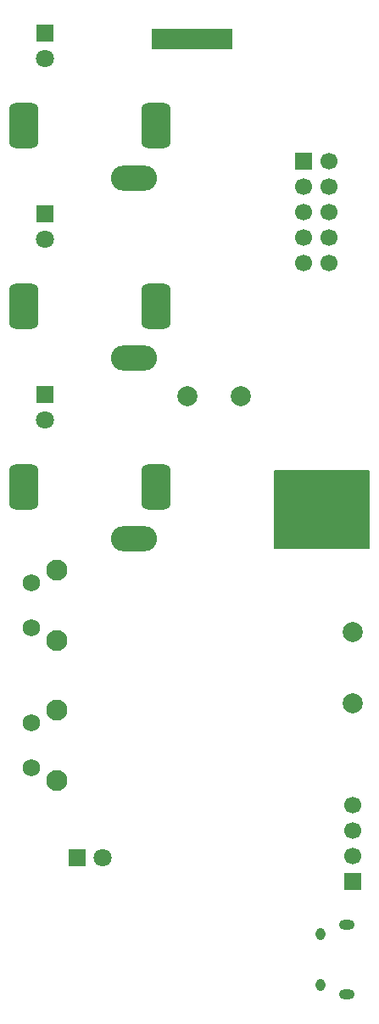
<source format=gbr>
%TF.GenerationSoftware,KiCad,Pcbnew,(6.0.4)*%
%TF.CreationDate,2022-03-21T16:46:14+00:00*%
%TF.ProjectId,Ball_Base_Components,42616c6c-5f42-4617-9365-5f436f6d706f,rev?*%
%TF.SameCoordinates,Original*%
%TF.FileFunction,Soldermask,Bot*%
%TF.FilePolarity,Negative*%
%FSLAX46Y46*%
G04 Gerber Fmt 4.6, Leading zero omitted, Abs format (unit mm)*
G04 Created by KiCad (PCBNEW (6.0.4)) date 2022-03-21 16:46:14*
%MOMM*%
%LPD*%
G01*
G04 APERTURE LIST*
G04 Aperture macros list*
%AMRoundRect*
0 Rectangle with rounded corners*
0 $1 Rounding radius*
0 $2 $3 $4 $5 $6 $7 $8 $9 X,Y pos of 4 corners*
0 Add a 4 corners polygon primitive as box body*
4,1,4,$2,$3,$4,$5,$6,$7,$8,$9,$2,$3,0*
0 Add four circle primitives for the rounded corners*
1,1,$1+$1,$2,$3*
1,1,$1+$1,$4,$5*
1,1,$1+$1,$6,$7*
1,1,$1+$1,$8,$9*
0 Add four rect primitives between the rounded corners*
20,1,$1+$1,$2,$3,$4,$5,0*
20,1,$1+$1,$4,$5,$6,$7,0*
20,1,$1+$1,$6,$7,$8,$9,0*
20,1,$1+$1,$8,$9,$2,$3,0*%
G04 Aperture macros list end*
%ADD10C,0.150000*%
%ADD11C,0.100000*%
%ADD12R,1.800000X1.800000*%
%ADD13C,1.800000*%
%ADD14C,2.000000*%
%ADD15R,1.700000X1.700000*%
%ADD16C,1.700000*%
%ADD17O,0.950000X1.250000*%
%ADD18O,1.550000X1.000000*%
%ADD19RoundRect,0.725000X-0.725000X1.575000X-0.725000X-1.575000X0.725000X-1.575000X0.725000X1.575000X0*%
%ADD20O,4.600000X2.500000*%
%ADD21C,2.100000*%
%ADD22C,1.750000*%
G04 APERTURE END LIST*
D10*
X152700000Y-101450000D02*
X162100000Y-101450000D01*
X162100000Y-101450000D02*
X162100000Y-109100000D01*
X162100000Y-109100000D02*
X152700000Y-109100000D01*
X152700000Y-109100000D02*
X152700000Y-101450000D01*
G36*
X152700000Y-101450000D02*
G01*
X162100000Y-101450000D01*
X162100000Y-109100000D01*
X152700000Y-109100000D01*
X152700000Y-101450000D01*
G37*
%TO.C,FID1*%
G36*
X148400000Y-59300000D02*
G01*
X140400000Y-59300000D01*
X140400000Y-57300000D01*
X148400000Y-57300000D01*
X148400000Y-59300000D01*
G37*
D11*
X148400000Y-59300000D02*
X140400000Y-59300000D01*
X140400000Y-57300000D01*
X148400000Y-57300000D01*
X148400000Y-59300000D01*
%TD*%
D12*
%TO.C,D5*%
X129700000Y-75800000D03*
D13*
X129700000Y-78340000D03*
%TD*%
D12*
%TO.C,D3*%
X132960000Y-140000000D03*
D13*
X135500000Y-140000000D03*
%TD*%
D14*
%TO.C,TP3*%
X149300000Y-94000000D03*
%TD*%
D12*
%TO.C,D4*%
X129700000Y-57725000D03*
D13*
X129700000Y-60265000D03*
%TD*%
D12*
%TO.C,D6*%
X129700000Y-93800000D03*
D13*
X129700000Y-96340000D03*
%TD*%
D14*
%TO.C,TP2*%
X160500000Y-117500000D03*
%TD*%
D15*
%TO.C,J2*%
X160500000Y-142380000D03*
D16*
X160500000Y-139840000D03*
X160500000Y-137300000D03*
X160500000Y-134760000D03*
%TD*%
D17*
%TO.C,J3*%
X157215000Y-152700000D03*
X157215000Y-147700000D03*
D18*
X159915000Y-146700000D03*
X159915000Y-153700000D03*
%TD*%
D19*
%TO.C,J5*%
X127600000Y-85000000D03*
D20*
X138600000Y-90200000D03*
D19*
X140800000Y-85000000D03*
%TD*%
D14*
%TO.C,TP1*%
X160500000Y-124600000D03*
%TD*%
D19*
%TO.C,J6*%
X127600000Y-103000000D03*
D20*
X138600000Y-108200000D03*
D19*
X140800000Y-103000000D03*
%TD*%
D21*
%TO.C,CONNECT1*%
X130890000Y-125340000D03*
X130890000Y-132350000D03*
D22*
X128400000Y-131100000D03*
X128400000Y-126600000D03*
%TD*%
D15*
%TO.C,J1*%
X155562500Y-70500000D03*
D16*
X158102500Y-70500000D03*
X155562500Y-73040000D03*
X158102500Y-73040000D03*
X155562500Y-75580000D03*
X158102500Y-75580000D03*
X155562500Y-78120000D03*
X158102500Y-78120000D03*
X155562500Y-80660000D03*
X158102500Y-80660000D03*
%TD*%
D21*
%TO.C,RESET1*%
X130890000Y-118350000D03*
X130890000Y-111340000D03*
D22*
X128400000Y-117100000D03*
X128400000Y-112600000D03*
%TD*%
D14*
%TO.C,TP4*%
X144000000Y-94000000D03*
%TD*%
D19*
%TO.C,J4*%
X127600000Y-67000000D03*
D20*
X138600000Y-72200000D03*
D19*
X140800000Y-67000000D03*
%TD*%
M02*

</source>
